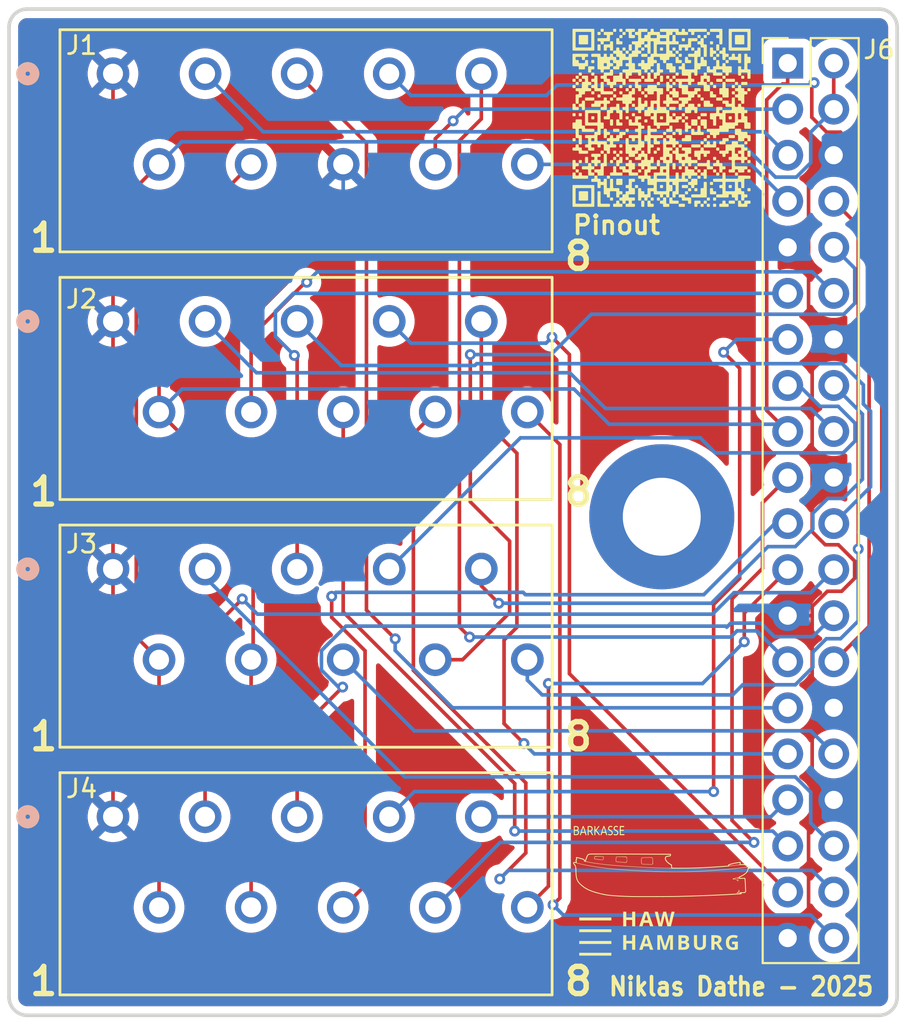
<source format=kicad_pcb>
(kicad_pcb (version 20241229) (generator "pcbnew") (generator_version "9.0")
  (title_block (comment 4 "AISLER Project ID: BPARKHRY"))
  (layers (0 "F.Cu" signal) (2 "B.Cu" signal) (13 "F.Paste" user) (15 "B.Paste" user) (5 "F.SilkS" user "F.Silkscreen") (7 "B.SilkS" user "B.Silkscreen") (1 "F.Mask" user) (3 "B.Mask" user) (25 "Edge.Cuts" user))
  (net 0 "")
  (net 1 "IIC1_SCL")
  (net 2 "ID_SC")
  (net 3 "+5V")
  (net 4 "IIC3_SCL")
  (net 5 "GND")
  (net 6 "IIC3_SDA")
  (net 7 "IIC1_SDA")
  (net 8 "ID_SD")
  (net 9 "+3V3")
  (net 10 "PCM_DIN")
  (net 11 "PCM_CLK")
  (net 12 "DO4")
  (net 13 "DO3")
  (net 14 "DO2")
  (net 15 "PCM_DOUT")
  (net 16 "PCM_FS")
  (net 17 "DO1")
  (net 18 "DI3")
  (net 19 "CAN_INT")
  (net 20 "DI2")
  (net 21 "UART0_RXD")
  (net 22 "DI4")
  (net 23 "DI1")
  (net 24 "UART0_TXD")
  (net 25 "LCD_PWM")
  (net 26 "SPI0_MOSI")
  (net 27 "SPI0_MISO")
  (net 28 "TP_INT")
  (net 29 "SPI0_CE1")
  (net 30 "SPI0_SCLK")
  (net 31 "SPI0_CE0")
  (footprint "Library:CONN10_250-1410_WAG" (layer "F.Cu") (at 132.735 105.5464)
    (property "Reference" "J4" (at -1.735 -1.5464 0) (layer "F.SilkS"))
    (property "Value" "250-1410")
    (pad "1" thru_hole circle (at 0 0) (size 1.8 1.8) (drill 1.1) (layers "*.Cu" "*.Mask") (net 5 "GND"))
    (pad "2" thru_hole circle (at 2.540003 5) (size 1.8 1.8) (drill 1.1) (layers "*.Cu" "*.Mask") (net 3 "+5V"))
    (pad "3" thru_hole circle (at 5.080003 0) (size 1.8 1.8) (drill 1.1) (layers "*.Cu" "*.Mask") (net 31 "SPI0_CE0"))
    (pad "4" thru_hole circle (at 7.620003 5) (size 1.8 1.8) (drill 1.1) (layers "*.Cu" "*.Mask") (net 9 "+3V3"))
    (pad "5" thru_hole circle (at 10.160003 0) (size 1.8 1.8) (drill 1.1) (layers "*.Cu" "*.Mask") (net 29 "SPI0_CE1"))
    (pad "6" thru_hole circle (at 12.700003 5) (size 1.8 1.8) (drill 1.1) (layers "*.Cu" "*.Mask") (net 27 "SPI0_MISO"))
    (pad "7" thru_hole circle (at 15.240003 0) (size 1.8 1.8) (drill 1.1) (layers "*.Cu" "*.Mask") (net 28 "TP_INT"))
    (pad "8" thru_hole circle (at 17.780003 5) (size 1.8 1.8) (drill 1.1) (layers "*.Cu" "*.Mask") (net 26 "SPI0_MOSI"))
    (pad "9" thru_hole circle (at 20.320003 0) (size 1.8 1.8) (drill 1.1) (layers "*.Cu" "*.Mask") (net 25 "LCD_PWM"))
    (pad "10" thru_hole circle (at 22.860003 5) (size 1.8 1.8) (drill 1.1) (layers "*.Cu" "*.Mask") (net 30 "SPI0_SCLK"))
  )
  (footprint "LOGO" (layer "F.Cu") (at 162.5 112)
    (property "Reference" "G***" (hide yes))
    (property "Value" "LOGO" (hide yes))
  )
  (footprint "Library:CONN10_250-1410_WAG" (layer "F.Cu") (at 132.735 91.886)
    (property "Reference" "J3" (at -1.735 -1.386 0) (layer "F.SilkS"))
    (property "Value" "250-1410")
    (pad "1" thru_hole circle (at 0 0) (size 1.8 1.8) (drill 1.1) (layers "*.Cu" "*.Mask") (net 5 "GND"))
    (pad "2" thru_hole circle (at 2.540003 5) (size 1.8 1.8) (drill 1.1) (layers "*.Cu" "*.Mask") (net 3 "+5V"))
    (pad "3" thru_hole circle (at 5.080003 0) (size 1.8 1.8) (drill 1.1) (layers "*.Cu" "*.Mask") (net 23 "DI1"))
    (pad "4" thru_hole circle (at 7.620003 5) (size 1.8 1.8) (drill 1.1) (layers "*.Cu" "*.Mask") (net 9 "+3V3"))
    (pad "5" thru_hole circle (at 10.160003 0) (size 1.8 1.8) (drill 1.1) (layers "*.Cu" "*.Mask") (net 20 "DI2"))
    (pad "6" thru_hole circle (at 12.700003 5) (size 1.8 1.8) (drill 1.1) (layers "*.Cu" "*.Mask") (net 19 "CAN_INT"))
    (pad "7" thru_hole circle (at 15.240003 0) (size 1.8 1.8) (drill 1.1) (layers "*.Cu" "*.Mask") (net 18 "DI3"))
    (pad "8" thru_hole circle (at 17.780003 5) (size 1.8 1.8) (drill 1.1) (layers "*.Cu" "*.Mask") (net 21 "UART0_RXD"))
    (pad "9" thru_hole circle (at 20.320003 0) (size 1.8 1.8) (drill 1.1) (layers "*.Cu" "*.Mask") (net 22 "DI4"))
    (pad "10" thru_hole circle (at 22.860003 5) (size 1.8 1.8) (drill 1.1) (layers "*.Cu" "*.Mask") (net 24 "UART0_TXD"))
  )
  (footprint "LOGO" (layer "F.Cu") (at 163 67)
    (property "Reference" "G***" (hide yes))
    (property "Value" "LOGO" (hide yes))
  )
  (footprint "Library:CONN10_250-1410_WAG" (layer "F.Cu") (at 132.735 78.2256)
    (property "Reference" "J2" (at -1.735 -1.2256 0) (layer "F.SilkS"))
    (property "Value" "250-1410")
    (pad "1" thru_hole circle (at 0 0) (size 1.8 1.8) (drill 1.1) (layers "*.Cu" "*.Mask") (net 5 "GND"))
    (pad "2" thru_hole circle (at 2.540003 5) (size 1.8 1.8) (drill 1.1) (layers "*.Cu" "*.Mask") (net 9 "+3V3"))
    (pad "3" thru_hole circle (at 5.080003 0) (size 1.8 1.8) (drill 1.1) (layers "*.Cu" "*.Mask") (net 17 "DO1"))
    (pad "4" thru_hole circle (at 7.620003 5) (size 1.8 1.8) (drill 1.1) (layers "*.Cu" "*.Mask") (net 11 "PCM_CLK"))
    (pad "5" thru_hole circle (at 10.160003 0) (size 1.8 1.8) (drill 1.1) (layers "*.Cu" "*.Mask") (net 14 "DO2"))
    (pad "6" thru_hole circle (at 12.700003 5) (size 1.8 1.8) (drill 1.1) (layers "*.Cu" "*.Mask") (net 16 "PCM_FS"))
    (pad "7" thru_hole circle (at 15.240003 0) (size 1.8 1.8) (drill 1.1) (layers "*.Cu" "*.Mask") (net 13 "DO3"))
    (pad "8" thru_hole circle (at 17.780003 5) (size 1.8 1.8) (drill 1.1) (layers "*.Cu" "*.Mask") (net 10 "PCM_DIN"))
    (pad "9" thru_hole circle (at 20.320003 0) (size 1.8 1.8) (drill 1.1) (layers "*.Cu" "*.Mask") (net 12 "DO4"))
    (pad "10" thru_hole circle (at 22.860003 5) (size 1.8 1.8) (drill 1.1) (layers "*.Cu" "*.Mask") (net 15 "PCM_DOUT"))
  )
  (footprint "Connector_PinHeader_2.54mm:PinHeader_2x20_P2.54mm_Vertical" (layer "F.Cu") (at 169.96 63.98)
    (property "Reference" "J6" (at 5.04 -0.74 0) (layer "F.SilkS"))
    (property "Value" "Raspberry_Pi_4")
    (pad "1" thru_hole rect (at 0 0) (size 1.7 1.7) (drill 1) (layers "*.Cu" "*.Mask") (net 9 "+3V3"))
    (pad "2" thru_hole circle (at 2.54 0) (size 1.7 1.7) (drill 1) (layers "*.Cu" "*.Mask") (net 3 "+5V"))
    (pad "3" thru_hole circle (at 0 2.54) (size 1.7 1.7) (drill 1) (layers "*.Cu" "*.Mask") (net 7 "IIC1_SDA"))
    (pad "4" thru_hole circle (at 2.54 2.54) (size 1.7 1.7) (drill 1) (layers "*.Cu" "*.Mask") (net 3 "+5V"))
    (pad "5" thru_hole circle (at 0 5.08) (size 1.7 1.7) (drill 1) (layers "*.Cu" "*.Mask") (net 1 "IIC1_SCL"))
    (pad "6" thru_hole circle (at 2.54 5.08) (size 1.7 1.7) (drill 1) (layers "*.Cu" "*.Mask") (net 5 "GND"))
    (pad "7" thru_hole circle (at 0 7.62) (size 1.7 1.7) (drill 1) (layers "*.Cu" "*.Mask") (net 6 "IIC3_SDA"))
    (pad "8" thru_hole circle (at 2.54 7.62) (size 1.7 1.7) (drill 1) (layers "*.Cu" "*.Mask") (net 24 "UART0_TXD"))
    (pad "9" thru_hole circle (at 0 10.16) (size 1.7 1.7) (drill 1) (layers "*.Cu" "*.Mask") (net 5 "GND"))
    (pad "10" thru_hole circle (at 2.54 10.16) (size 1.7 1.7) (drill 1) (layers "*.Cu" "*.Mask") (net 21 "UART0_RXD"))
    (pad "11" thru_hole circle (at 0 12.7) (size 1.7 1.7) (drill 1) (layers "*.Cu" "*.Mask") (net 20 "DI2"))
    (pad "12" thru_hole circle (at 2.54 12.7) (size 1.7 1.7) (drill 1) (layers "*.Cu" "*.Mask") (net 11 "PCM_CLK"))
    (pad "13" thru_hole circle (at 0 15.24) (size 1.7 1.7) (drill 1) (layers "*.Cu" "*.Mask") (net 28 "TP_INT"))
    (pad "14" thru_hole circle (at 2.54 15.24) (size 1.7 1.7) (drill 1) (layers "*.Cu" "*.Mask") (net 5 "GND"))
    (pad "15" thru_hole circle (at 0 17.78) (size 1.7 1.7) (drill 1) (layers "*.Cu" "*.Mask") (net 18 "DI3"))
    (pad "16" thru_hole circle (at 2.54 17.78) (size 1.7 1.7) (drill 1) (layers "*.Cu" "*.Mask") (net 22 "DI4"))
    (pad "17" thru_hole circle (at 0 20.32) (size 1.7 1.7) (drill 1) (layers "*.Cu" "*.Mask") (net 9 "+3V3"))
    (pad "18" thru_hole circle (at 2.54 20.32) (size 1.7 1.7) (drill 1) (layers "*.Cu" "*.Mask") (net 17 "DO1"))
    (pad "19" thru_hole circle (at 0 22.86) (size 1.7 1.7) (drill 1) (layers "*.Cu" "*.Mask") (net 26 "SPI0_MOSI"))
    (pad "20" thru_hole circle (at 2.54 22.86) (size 1.7 1.7) (drill 1) (layers "*.Cu" "*.Mask") (net 5 "GND"))
    (pad "21" thru_hole circle (at 0 25.4) (size 1.7 1.7) (drill 1) (layers "*.Cu" "*.Mask") (net 27 "SPI0_MISO"))
    (pad "22" thru_hole circle (at 2.54 25.4) (size 1.7 1.7) (drill 1) (layers "*.Cu" "*.Mask") (net 14 "DO2"))
    (pad "23" thru_hole circle (at 0 27.94) (size 1.7 1.7) (drill 1) (layers "*.Cu" "*.Mask") (net 30 "SPI0_SCLK"))
    (pad "24" thru_hole circle (at 2.54 27.94) (size 1.7 1.7) (drill 1) (layers "*.Cu" "*.Mask") (net 31 "SPI0_CE0"))
    (pad "25" thru_hole circle (at 0 30.48) (size 1.7 1.7) (drill 1) (layers "*.Cu" "*.Mask") (net 5 "GND"))
    (pad "26" thru_hole circle (at 2.54 30.48) (size 1.7 1.7) (drill 1) (layers "*.Cu" "*.Mask") (net 29 "SPI0_CE1"))
    (pad "27" thru_hole circle (at 0 33.02) (size 1.7 1.7) (drill 1) (layers "*.Cu" "*.Mask") (net 8 "ID_SD"))
    (pad "28" thru_hole circle (at 2.54 33.02) (size 1.7 1.7) (drill 1) (layers "*.Cu" "*.Mask") (net 2 "ID_SC"))
    (pad "29" thru_hole circle (at 0 35.56) (size 1.7 1.7) (drill 1) (layers "*.Cu" "*.Mask") (net 4 "IIC3_SCL"))
    (pad "30" thru_hole circle (at 2.54 35.56) (size 1.7 1.7) (drill 1) (layers "*.Cu" "*.Mask") (net 5 "GND"))
    (pad "31" thru_hole circle (at 0 38.1) (size 1.7 1.7) (drill 1) (layers "*.Cu" "*.Mask") (net 12 "DO4"))
    (pad "32" thru_hole circle (at 2.54 38.1) (size 1.7 1.7) (drill 1) (layers "*.Cu" "*.Mask") (net 19 "CAN_INT"))
    (pad "33" thru_hole circle (at 0 40.64) (size 1.7 1.7) (drill 1) (layers "*.Cu" "*.Mask") (net 25 "LCD_PWM"))
    (pad "34" thru_hole circle (at 2.54 40.64) (size 1.7 1.7) (drill 1) (layers "*.Cu" "*.Mask") (net 5 "GND"))
    (pad "35" thru_hole circle (at 0 43.18) (size 1.7 1.7) (drill 1) (layers "*.Cu" "*.Mask") (net 16 "PCM_FS"))
    (pad "36" thru_hole circle (at 2.54 43.18) (size 1.7 1.7) (drill 1) (layers "*.Cu" "*.Mask") (net 23 "DI1"))
    (pad "37" thru_hole circle (at 0 45.72) (size 1.7 1.7) (drill 1) (layers "*.Cu" "*.Mask") (net 13 "DO3"))
    (pad "38" thru_hole circle (at 2.54 45.72) (size 1.7 1.7) (drill 1) (layers "*.Cu" "*.Mask") (net 10 "PCM_DIN"))
    (pad "39" thru_hole circle (at 0 48.26) (size 1.7 1.7) (drill 1) (layers "*.Cu" "*.Mask") (net 5 "GND"))
    (pad "40" thru_hole circle (at 2.54 48.26) (size 1.7 1.7) (drill 1) (layers "*.Cu" "*.Mask") (net 15 "PCM_DOUT"))
  )
  (footprint "LOGO" (layer "F.Cu") (at 163 108)
    (property "Reference" "G***" (hide yes))
    (property "Value" "LOGO" (hide yes))
  )
  (footprint "Library:CONN10_250-1410_WAG" (layer "F.Cu") (at 132.735 64.5652)
    (property "Reference" "J1" (at -1.735 -1.5652 0) (layer "F.SilkS"))
    (property "Value" "250-1410")
    (pad "1" thru_hole circle (at 0 0) (size 1.8 1.8) (drill 1.1) (layers "*.Cu" "*.Mask") (net 5 "GND"))
    (pad "2" thru_hole circle (at 2.540003 5) (size 1.8 1.8) (drill 1.1) (layers "*.Cu" "*.Mask") (net 3 "+5V"))
    (pad "3" thru_hole circle (at 5.080003 0) (size 1.8 1.8) (drill 1.1) (layers "*.Cu" "*.Mask") (net 1 "IIC1_SCL"))
    (pad "4" thru_hole circle (at 7.620003 5) (size 1.8 1.8) (drill 1.1) (layers "*.Cu" "*.Mask") (net 9 "+3V3"))
    (pad "5" thru_hole circle (at 10.160003 0) (size 1.8 1.8) (drill 1.1) (layers "*.Cu" "*.Mask") (net 4 "IIC3_SCL"))
    (pad "6" thru_hole circle (at 12.700003 5) (size 1.8 1.8) (drill 1.1) (layers "*.Cu" "*.Mask") (net 5 "GND"))
    (pad "7" thru_hole circle (at 15.240003 0) (size 1.8 1.8) (drill 1.1) (layers "*.Cu" "*.Mask") (net 2 "ID_SC"))
    (pad "8" thru_hole circle (at 17.780003 5) (size 1.8 1.8) (drill 1.1) (layers "*.Cu" "*.Mask") (net 7 "IIC1_SDA"))
    (pad "9" thru_hole circle (at 20.320003 0) (size 1.8 1.8) (drill 1.1) (layers "*.Cu" "*.Mask") (net 8 "ID_SD"))
    (pad "10" thru_hole circle (at 22.860003 5) (size 1.8 1.8) (drill 1.1) (layers "*.Cu" "*.Mask") (net 6 "IIC3_SDA"))
  )
  (gr_line (start 176 115.5) (end 176 62) (stroke (width 0.2)) (layer "Edge.Cuts"))
  (gr_line (start 127 62) (end 127 115.5) (stroke (width 0.2)) (layer "Edge.Cuts"))
  (gr_arc (start 128 116.5) (mid 127.292893 116.207107) (end 127 115.5) (stroke (width 0.2)) (layer "Edge.Cuts"))
  (gr_arc (start 127 62) (mid 127.292893 61.292893) (end 128 61) (stroke (width 0.2)) (layer "Edge.Cuts"))
  (gr_arc (start 175 61) (mid 175.707107 61.292893) (end 176 62) (stroke (width 0.2)) (layer "Edge.Cuts"))
  (gr_arc (start 176 115.5) (mid 175.707107 116.207107) (end 175 116.5) (stroke (width 0.2)) (layer "Edge.Cuts"))
  (gr_line (start 175 61) (end 128 61) (stroke (width 0.2)) (layer "Edge.Cuts"))
  (gr_line (start 128 116.5) (end 175 116.5) (stroke (width 0.2)) (layer "Edge.Cuts"))
  (gr_text "1" (at 128 74.5 0) (layer "F.SilkS") (effects (font (size 1.5 1.5) (thickness 0.3) (bold yes)) (justify left bottom)))
  (gr_text "1" (at 128 115.5 0) (layer "F.SilkS") (effects (font (size 1.5 1.5) (thickness 0.3) (bold yes)) (justify left bottom)))
  (gr_text "8" (at 157.5 115.5 0) (layer "F.SilkS") (effects (font (size 1.5 1.5) (thickness 0.3) (bold yes)) (justify left bottom)))
  (gr_text "Pinout" (at 158 73.5 0) (layer "F.SilkS") (effects (font (size 1 1) (thickness 0.2) (bold yes)) (justify left bottom)))
  (gr_text "8" (at 157.5 102 0) (layer "F.SilkS") (effects (font (size 1.5 1.5) (thickness 0.3) (bold yes)) (justify left bottom)))
  (gr_text "8" (at 157.5 75.5 0) (layer "F.SilkS") (effects (font (size 1.5 1.5) (thickness 0.3) (bold yes)) (justify left bottom)))
  (gr_text "8" (at 157.5 88.5 0) (layer "F.SilkS") (effects (font (size 1.5 1.5) (thickness 0.3) (bold yes)) (justify left bottom)))
  (gr_text "1" (at 128 88.5 0) (layer "F.SilkS") (effects (font (size 1.5 1.5) (thickness 0.3) (bold yes)) (justify left bottom)))
  (gr_text "Niklas Dathe - 2025" (at 160 115.5 0) (layer "F.SilkS") (effects (font (size 1 0.9) (thickness 0.2) (bold yes)) (justify left bottom)))
  (gr_text "1" (at 128 102 0) (layer "F.SilkS") (effects (font (size 1.5 1.5) (thickness 0.3) (bold yes)) (justify left bottom)))
  (via (at 163.0116 89.0017) (size 8) (drill 4.3) (layers "F.Cu" "B.Cu") (net 0))
  (segment (start 168.6682 67.7682) (end 169.96 69.06) (width 0.2) (layer "B.Cu") (net 1))
  (segment (start 137.815 64.5652) (end 141.018 67.7682) (width 0.2) (layer "B.Cu") (net 1))
  (segment (start 141.018 67.7682) (end 168.6682 67.7682) (width 0.2) (layer "B.Cu") (net 1))
  (segment (start 172.5 97) (end 174.4528 95.0472) (width 0.2) (layer "F.Cu") (net 2))
  (segment (start 171.2892 65.1908) (end 171.4168 65.0632) (width 0.2) (layer "F.Cu") (net 2))
  (segment (start 174.4528 95.0472) (end 174.4528 69.3719) (width 0.2) (layer "F.Cu") (net 2))
  (segment (start 172.8709 67.79) (end 172.1103 67.79) (width 0.2) (layer "F.Cu") (net 2))
  (segment (start 171.2892 66.9689) (end 171.2892 65.1908) (width 0.2) (layer "F.Cu") (net 2))
  (segment (start 172.1103 67.79) (end 171.2892 66.9689) (width 0.2) (layer "F.Cu") (net 2))
  (segment (start 174.4528 69.3719) (end 172.8709 67.79) (width 0.2) (layer "F.Cu") (net 2))
  (via (at 171.4168 65.0632) (size 0.6) (drill 0.3) (layers "F.Cu" "B.Cu") (net 2))
  (segment (start 171.4168 65.0632) (end 171.2892 65.1908) (width 0.2) (layer "B.Cu") (net 2))
  (segment (start 157.2239 65.1908) (end 156.6478 65.7669) (width 0.2) (layer "B.Cu") (net 2))
  (segment (start 171.2892 65.1908) (end 157.2239 65.1908) (width 0.2) (layer "B.Cu") (net 2))
  (segment (start 149.1767 65.7669) (end 147.975 64.5652) (width 0.2) (layer "B.Cu") (net 2))
  (segment (start 156.6478 65.7669) (end 149.1767 65.7669) (width 0.2) (layer "B.Cu") (net 2))
  (segment (start 135.275 110.5464) (end 135.275 96.886) (width 0.2) (layer "F.Cu") (net 3))
  (segment (start 135.275 69.5652) (end 134.0189 70.8213) (width 0.2) (layer "F.Cu") (net 3))
  (segment (start 172.5 66.52) (end 172.5 63.98) (width 0.2) (layer "F.Cu") (net 3))
  (segment (start 134.0189 95.6299) (end 135.275 96.886) (width 0.2) (layer "F.Cu") (net 3))
  (segment (start 134.0189 70.8213) (end 134.0189 95.6299) (width 0.2) (layer "F.Cu") (net 3))
  (segment (start 169.2829 70.2701) (end 170.4383 70.2701) (width 0.2) (layer "B.Cu") (net 3))
  (segment (start 167.3334 68.3206) (end 169.2829 70.2701) (width 0.2) (layer "B.Cu") (net 3))
  (segment (start 136.5196 68.3206) (end 167.3334 68.3206) (width 0.2) (layer "B.Cu") (net 3))
  (segment (start 170.4383 70.2701) (end 171.23 69.4784) (width 0.2) (layer "B.Cu") (net 3))
  (segment (start 171.23 67.79) (end 172.5 66.52) (width 0.2) (layer "B.Cu") (net 3))
  (segment (start 171.23 69.4784) (end 171.23 67.79) (width 0.2) (layer "B.Cu") (net 3))
  (segment (start 135.275 69.5652) (end 136.5196 68.3206) (width 0.2) (layer "B.Cu") (net 3))
  (segment (start 146.719 68.3892) (end 142.895 64.5652) (width 0.2) (layer "F.Cu") (net 4))
  (segment (start 148.3044 95.737) (end 146.719 94.1516) (width 0.2) (layer "F.Cu") (net 4))
  (segment (start 146.719 94.1516) (end 146.719 68.3892) (width 0.2) (layer "F.Cu") (net 4))
  (via (at 148.3044 95.737) (size 0.6) (drill 0.3) (layers "F.Cu" "B.Cu") (net 4))
  (segment (start 169.96 99.54) (end 151.4696 99.54) (width 0.2) (layer "B.Cu") (net 4))
  (segment (start 151.4696 99.54) (end 148.3044 96.3748) (width 0.2) (layer "B.Cu") (net 4))
  (segment (start 148.3044 96.3748) (end 148.3044 95.737) (width 0.2) (layer "B.Cu") (net 4))
  (segment (start 172.0325 90.5469) (end 171.3094 89.8238) (width 0.2) (layer "F.Cu") (net 5))
  (segment (start 169.96 74.14) (end 171.1117 74.14) (width 0.2) (layer "F.Cu") (net 5))
  (segment (start 171.3094 103.4294) (end 172.5 104.62) (width 0.2) (layer "F.Cu") (net 5))
  (segment (start 172.7557 90.5469) (end 172.0325 90.5469) (width 0.2) (layer "F.Cu") (net 5))
  (segment (start 171.3094 94.46) (end 171.3094 93.9539) (width 0.2) (layer "F.Cu") (net 5))
  (segment (start 171.1117 111.0883) (end 171.1117 106.0083) (width 0.2) (layer "F.Cu") (net 5))
  (segment (start 171.3094 89.8238) (end 171.3094 86.84) (width 0.2) (layer "F.Cu") (net 5))
  (segment (start 171.3094 80.4106) (end 171.3094 86.84) (width 0.2) (layer "F.Cu") (net 5))
  (segment (start 173.6517 92.3971) (end 173.6517 91.4429) (width 0.2) (layer "F.Cu") (net 5))
  (segment (start 172.9382 93.1106) (end 173.6517 92.3971) (width 0.2) (layer "F.Cu") (net 5))
  (segment (start 171.1117 106.0083) (end 172.5 104.62) (width 0.2) (layer "F.Cu") (net 5))
  (segment (start 171.3094 94.46) (end 169.96 94.46) (width 0.2) (layer "F.Cu") (net 5))
  (segment (start 171.1117 77.8317) (end 171.1117 74.14) (width 0.2) (layer "F.Cu") (net 5))
  (segment (start 171.1117 74.14) (end 171.1117 70.4483) (width 0.2) (layer "F.Cu") (net 5))
  (segment (start 172.5 79.22) (end 171.3094 80.4106) (width 0.2) (layer "F.Cu") (net 5))
  (segment (start 172.5 79.22) (end 171.1117 77.8317) (width 0.2) (layer "F.Cu") (net 5))
  (segment (start 132.735 105.5464) (end 132.735 91.886) (width 0.2) (layer "F.Cu") (net 5))
  (segment (start 171.3094 100.7306) (end 171.3094 103.4294) (width 0.2) (layer "F.Cu") (net 5))
  (segment (start 173.6517 91.4429) (end 172.7557 90.5469) (width 0.2) (layer "F.Cu") (net 5))
  (segment (start 172.1527 93.1106) (end 172.9382 93.1106) (width 0.2) (layer "F.Cu") (net 5))
  (segment (start 132.735 64.5652) (end 132.735 78.2256) (width 0.2) (layer "F.Cu") (net 5))
  (segment (start 132.735 91.886) (end 132.735 78.2256) (width 0.2) (layer "F.Cu") (net 5))
  (segment (start 171.1117 70.4483) (end 172.5 69.06) (width 0.2) (layer "F.Cu") (net 5))
  (segment (start 172.5 99.54) (end 171.3094 100.7306) (width 0.2) (layer "F.Cu") (net 5))
  (segment (start 171.3094 94.46) (end 171.3094 98.3494) (width 0.2) (layer "F.Cu") (net 5))
  (segment (start 169.96 112.24) (end 171.1117 111.0883) (width 0.2) (layer "F.Cu") (net 5))
  (segment (start 171.3094 98.3494) (end 172.5 99.54) (width 0.2) (layer "F.Cu") (net 5))
  (segment (start 171.3094 93.9539) (end 172.1527 93.1106) (width 0.2) (layer "F.Cu") (net 5))
  (segment (start 169.96 74.14) (end 145.435 74.14) (width 0.2) (layer "B.Cu") (net 5))
  (segment (start 145.435 74.14) (end 136.8206 74.14) (width 0.2) (layer "B.Cu") (net 5))
  (segment (start 136.8206 74.14) (end 132.735 78.2256) (width 0.2) (layer "B.Cu") (net 5))
  (segment (start 145.435 69.5652) (end 145.435 74.14) (width 0.2) (layer "B.Cu") (net 5))
  (segment (start 155.595 69.5652) (end 167.9252 69.5652) (width 0.2) (layer "B.Cu") (net 6))
  (segment (start 167.9252 69.5652) (end 169.96 71.6) (width 0.2) (layer "B.Cu") (net 6))
  (segment (start 151.5007 67.1665) (end 150.515 68.1522) (width 0.2) (layer "F.Cu") (net 7))
  (segment (start 150.515 68.1522) (end 150.515 69.5652) (width 0.2) (layer "F.Cu") (net 7))
  (via (at 151.5007 67.1665) (size 0.6) (drill 0.3) (layers "F.Cu" "B.Cu") (net 7))
  (segment (start 169.96 66.52) (end 152.1472 66.52) (width 0.2) (layer "B.Cu") (net 7))
  (segment (start 152.1472 66.52) (end 151.5007 67.1665) (width 0.2) (layer "B.Cu") (net 7))
  (segment (start 153.055 64.5652) (end 153.055 67.0593) (width 0.2) (layer "F.Cu") (net 8))
  (segment (start 151.8464 95.0735) (end 152.4095 95.6366) (width 0.2) (layer "F.Cu") (net 8))
  (segment (start 151.8464 68.2679) (end 151.8464 95.0735) (width 0.2) (layer "F.Cu") (net 8))
  (segment (start 153.055 67.0593) (end 151.8464 68.2679) (width 0.2) (layer "F.Cu") (net 8))
  (via (at 152.4095 95.6366) (size 0.6) (drill 0.3) (layers "F.Cu" "B.Cu") (net 8))
  (segment (start 169.96 97) (end 168.2545 95.2945) (width 0.2) (layer "B.Cu") (net 8))
  (segment (start 168.2545 95.2945) (end 167.1651 95.2945) (width 0.2) (layer "B.Cu") (net 8))
  (segment (start 166.823 95.6366) (end 152.4095 95.6366) (width 0.2) (layer "B.Cu") (net 8))
  (segment (start 167.1651 95.2945) (end 166.823 95.6366) (width 0.2) (layer "B.Cu") (net 8))
  (segment (start 140.355 110.5464) (end 140.355 96.886) (width 0.2) (layer "F.Cu") (net 9))
  (segment (start 140.4677 96.7733) (end 140.4677 88.4183) (width 0.2) (layer "F.Cu") (net 9))
  (segment (start 140.355 69.5652) (end 135.275 74.6452) (width 0.2) (layer "F.Cu") (net 9))
  (segment (start 169.6721 65.1317) (end 168.8019 66.0019) (width 0.2) (layer "F.Cu") (net 9))
  (segment (start 140.4677 88.4183) (end 135.275 83.2256) (width 0.2) (layer "F.Cu") (net 9))
  (segment (start 168.8019 83.1419) (end 169.96 84.3) (width 0.2) (layer "F.Cu") (net 9))
  (segment (start 169.96 63.98) (end 169.96 65.1317) (width 0.2) (layer "F.Cu") (net 9))
  (segment (start 169.96 65.1317) (end 169.6721 65.1317) (width 0.2) (layer "F.Cu") (net 9))
  (segment (start 168.8019 66.0019) (end 168.8019 83.1419) (width 0.2) (layer "F.Cu") (net 9))
  (segment (start 135.275 74.6452) (end 135.275 83.2256) (width 0.2) (layer "F.Cu") (net 9))
  (segment (start 160.1078 83.8984) (end 158.1637 81.9543) (width 0.2) (layer "B.Cu") (net 9))
  (segment (start 158.1637 81.9543) (end 136.5463 81.9543) (width 0.2) (layer "B.Cu") (net 9))
  (segment (start 169.5584 83.8984) (end 160.1078 83.8984) (width 0.2) (layer "B.Cu") (net 9))
  (segment (start 136.5463 81.9543) (end 135.275 83.2256) (width 0.2) (layer "B.Cu") (net 9))
  (segment (start 155.5108 107.5444) (end 154.0754 108.9798) (width 0.2) (layer "F.Cu") (net 10))
  (segment (start 150.515 83.2256) (end 149.3071 84.4335) (width 0.2) (layer "F.Cu") (net 10))
  (segment (start 149.3071 97.4748) (end 155.5108 103.6785) (width 0.2) (layer "F.Cu") (net 10))
  (segment (start 149.3071 84.4335) (end 149.3071 97.4748) (width 0.2) (layer "F.Cu") (net 10))
  (segment (start 155.5108 103.6785) (end 155.5108 107.5444) (width 0.2) (layer "F.Cu") (net 10))
  (via (at 154.0754 108.9798) (size 0.6) (drill 0.3) (layers "F.Cu" "B.Cu") (net 10))
  (segment (start 154.5476 108.5076) (end 171.3076 108.5076) (width 0.2) (layer "B.Cu") (net 10))
  (segment (start 171.3076 108.5076) (end 172.5 109.7) (width 0.2) (layer "B.Cu") (net 10))
  (segment (start 154.0754 108.9798) (end 154.5476 108.5076) (width 0.2) (layer "B.Cu") (net 10))
  (segment (start 140.355 83.2256) (end 140.355 79.0627) (width 0.2) (layer "F.Cu") (net 11))
  (segment (start 143.3489 76.0688) (end 143.4251 76.0688) (width 0.2) (layer "F.Cu") (net 11))
  (segment (start 140.355 79.0627) (end 143.3489 76.0688) (width 0.2) (layer "F.Cu") (net 11))
  (via (at 143.4251 76.0688) (size 0.6) (drill 0.3) (layers "F.Cu" "B.Cu") (net 11))
  (segment (start 143.4251 76.0688) (end 144.0016 75.4923) (width 0.2) (layer "B.Cu") (net 11))
  (segment (start 171.3123 75.4923) (end 172.5 76.68) (width 0.2) (layer "B.Cu") (net 11))
  (segment (start 144.0016 75.4923) (end 171.3123 75.4923) (width 0.2) (layer "B.Cu") (net 11))
  (segment (start 154.311 95.8048) (end 155.0196 95.0962) (width 0.2) (layer "F.Cu") (net 12))
  (segment (start 153.055 83.5378) (end 153.055 78.2256) (width 0.2) (layer "F.Cu") (net 12))
  (segment (start 155.0196 95.0962) (end 155.0196 85.5024) (width 0.2) (layer "F.Cu") (net 12))
  (segment (start 154.1447 84.6275) (end 153.055 83.5378) (width 0.2) (layer "F.Cu") (net 12))
  (segment (start 155.4085 101.5085) (end 154.311 100.411) (width 0.2) (layer "F.Cu") (net 12))
  (segment (start 155.0196 85.5024) (end 154.311 84.7938) (width 0.2) (layer "F.Cu") (net 12))
  (segment (start 154.311 100.411) (end 154.311 95.8048) (width 0.2) (layer "F.Cu") (net 12))
  (segment (start 154.1447 84.6275) (end 154.311 84.7938) (width 0.2) (layer "F.Cu") (net 12))
  (via (at 155.4085 101.5085) (size 0.6) (drill 0.3) (layers "F.Cu" "B.Cu") (net 12))
  (segment (start 155.98 102.08) (end 169.96 102.08) (width 0.2) (layer "B.Cu") (net 12))
  (segment (start 155.4085 101.5085) (end 155.98 102.08) (width 0.2) (layer "B.Cu") (net 12))
  (segment (start 157.9164 97.6564) (end 157.9164 80.0549) (width 0.2) (layer "F.Cu") (net 13))
  (segment (start 157.9164 80.0549) (end 156.9572 79.0957) (width 0.2) (layer "F.Cu") (net 13))
  (segment (start 169.96 109.7) (end 157.9164 97.6564) (width 0.2) (layer "F.Cu") (net 13))
  (via (at 156.9572 79.0957) (size 0.6) (drill 0.3) (layers "F.Cu" "B.Cu") (net 13))
  (segment (start 149.1767 79.4273) (end 156.6256 79.4273) (width 0.2) (layer "B.Cu") (net 13))
  (segment (start 147.975 78.2256) (end 149.1767 79.4273) (width 0.2) (layer "B.Cu") (net 13))
  (segment (start 156.6256 79.4273) (end 156.9572 79.0957) (width 0.2) (layer "B.Cu") (net 13))
  (segment (start 152.7968 80.5591) (end 172.968 80.5591) (width 0.2) (layer "B.Cu") (net 14))
  (segment (start 172.5 89.38) (end 174.5339 87.3461) (width 0.2) (layer "B.Cu") (net 14))
  (segment (start 174.2985 82.9481) (end 174.1337 82.7833) (width 0.2) (layer "B.Cu") (net 14))
  (segment (start 172.968 80.5591) (end 174.1337 81.7248) (width 0.2) (layer "B.Cu") (net 14))
  (segment (start 142.895 78.2256) (end 145.328 80.6586) (width 0.2) (layer "B.Cu") (net 14))
  (segment (start 174.5339 87.3461) (end 174.5339 83.1835) (width 0.2) (layer "B.Cu") (net 14))
  (segment (start 145.328 80.6586) (end 152.6973 80.6586) (width 0.2) (layer "B.Cu") (net 14))
  (segment (start 152.6973 80.6586) (end 152.7968 80.5591) (width 0.2) (layer "B.Cu") (net 14))
  (segment (start 174.5339 83.1835) (end 174.2985 82.9481) (width 0.2) (layer "B.Cu") (net 14))
  (segment (start 174.1337 81.7248) (end 174.1337 82.7833) (width 0.2) (layer "B.Cu") (net 14))
  (segment (start 155.595 83.2256) (end 157.3895 85.0201) (width 0.2) (layer "F.Cu") (net 15))
  (segment (start 157.3895 110.0328) (end 157.0138 110.4085) (width 0.2) (layer "F.Cu") (net 15))
  (segment (start 157.3895 85.0201) (end 157.3895 110.0328) (width 0.2) (layer "F.Cu") (net 15))
  (via (at 157.0138 110.4085) (size 0.6) (drill 0.3) (layers "F.Cu" "B.Cu") (net 15))
  (segment (start 171.23 110.97) (end 157.5753 110.97) (width 0.2) (layer "B.Cu") (net 15))
  (segment (start 172.5 112.24) (end 171.23 110.97) (width 0.2) (layer "B.Cu") (net 15))
  (segment (start 157.5753 110.97) (end 157.0138 110.4085) (width 0.2) (layer "B.Cu") (net 15))
  (segment (start 154.8985 103.7171) (end 154.8985 106.3394) (width 0.2) (layer "F.Cu") (net 16))
  (segment (start 145.435 83.2256) (end 145.435 94.2536) (width 0.2) (layer "F.Cu") (net 16))
  (segment (start 145.435 94.2536) (end 154.8985 103.7171) (width 0.2) (layer "F.Cu") (net 16))
  (via (at 154.8985 106.3394) (size 0.6) (drill 0.3) (layers "F.Cu" "B.Cu") (net 16))
  (segment (start 154.8985 106.3394) (end 169.1394 106.3394) (width 0.2) (layer "B.Cu") (net 16))
  (segment (start 169.1394 106.3394) (end 169.96 107.16) (width 0.2) (layer "B.Cu") (net 16))
  (segment (start 137.815 78.2256) (end 140.6497 81.0603) (width 0.2) (layer "B.Cu") (net 17))
  (segment (start 159.9088 83.0315) (end 171.2315 83.0315) (width 0.2) (layer "B.Cu") (net 17))
  (segment (start 157.9376 81.0603) (end 159.9088 83.0315) (width 0.2) (layer "B.Cu") (net 17))
  (segment (start 171.2315 83.0315) (end 172.5 84.3) (width 0.2) (layer "B.Cu") (net 17))
  (segment (start 140.6497 81.0603) (end 157.9376 81.0603) (width 0.2) (layer "B.Cu") (net 17))
  (segment (start 165.9631 85.4785) (end 173.0227 85.4785) (width 0.2) (layer "B.Cu") (net 18))
  (segment (start 155.2109 84.6501) (end 165.1347 84.6501) (width 0.2) (layer "B.Cu") (net 18))
  (segment (start 147.975 91.886) (end 155.2109 84.6501) (width 0.2) (layer "B.Cu") (net 18))
  (segment (start 172.7468 82.9117) (end 171.7395 82.9117) (width 0.2) (layer "B.Cu") (net 18))
  (segment (start 173.6724 83.8373) (end 172.7468 82.9117) (width 0.2) (layer "B.Cu") (net 18))
  (segment (start 173.6724 84.8288) (end 173.6724 83.8373) (width 0.2) (layer "B.Cu") (net 18))
  (segment (start 165.1347 84.6501) (end 165.9631 85.4785) (width 0.2) (layer "B.Cu") (net 18))
  (segment (start 173.0227 85.4785) (end 173.6724 84.8288) (width 0.2) (layer "B.Cu") (net 18))
  (segment (start 171.7395 82.9117) (end 170.5878 81.76) (width 0.2) (layer "B.Cu") (net 18))
  (segment (start 149.359 100.81) (end 145.435 96.886) (width 0.2) (layer "B.Cu") (net 19))
  (segment (start 171.23 100.81) (end 149.359 100.81) (width 0.2) (layer "B.Cu") (net 19))
  (segment (start 172.5 102.08) (end 171.23 100.81) (width 0.2) (layer "B.Cu") (net 19))
  (segment (start 142.895 80.2575) (end 142.895 91.886) (width 0.2) (layer "F.Cu") (net 20))
  (segment (start 142.7417 80.1042) (end 142.895 80.2575) (width 0.2) (layer "F.Cu") (net 20))
  (via (at 142.7417 80.1042) (size 0.6) (drill 0.3) (layers "F.Cu" "B.Cu") (net 20))
  (segment (start 141.6933 77.6717) (end 141.6933 79.0558) (width 0.2) (layer "B.Cu") (net 20))
  (segment (start 142.685 76.68) (end 141.6933 77.6717) (width 0.2) (layer "B.Cu") (net 20))
  (segment (start 141.6933 79.0558) (end 142.7417 80.1042) (width 0.2) (layer "B.Cu") (net 20))
  (segment (start 169.96 76.68) (end 142.685 76.68) (width 0.2) (layer "B.Cu") (net 20))
  (segment (start 154.6179 94.2904) (end 152.0223 96.886) (width 0.2) (layer "F.Cu") (net 21))
  (segment (start 152.0223 96.886) (end 150.515 96.886) (width 0.2) (layer "F.Cu") (net 21))
  (segment (start 152.4481 80.0569) (end 152.4481 88.1788) (width 0.2) (layer "F.Cu") (net 21))
  (segment (start 152.4481 88.1788) (end 154.6179 90.3486) (width 0.2) (layer "F.Cu") (net 21))
  (segment (start 154.6179 90.3486) (end 154.6179 94.2904) (width 0.2) (layer "F.Cu") (net 21))
  (via (at 152.4481 80.0569) (size 0.6) (drill 0.3) (layers "F.Cu" "B.Cu") (net 21))
  (segment (start 172.5 74.14) (end 173.6587 75.2987) (width 0.2) (layer "B.Cu") (net 21))
  (segment (start 159.126 77.8317) (end 156.9008 80.0569) (width 0.2) (layer "B.Cu") (net 21))
  (segment (start 173.6587 77.2287) (end 173.0557 77.8317) (width 0.2) (layer "B.Cu") (net 21))
  (segment (start 173.6587 75.2987) (end 173.6587 77.2287) (width 0.2) (layer "B.Cu") (net 21))
  (segment (start 173.0557 77.8317) (end 159.126 77.8317) (width 0.2) (layer "B.Cu") (net 21))
  (segment (start 156.9008 80.0569) (end 152.4481 80.0569) (width 0.2) (layer "B.Cu") (net 21))
  (segment (start 153.055 91.886) (end 153.055 92.8115) (width 0.2) (layer "F.Cu") (net 22))
  (segment (start 153.055 92.8115) (end 154.0161 93.7726) (width 0.2) (layer "F.Cu") (net 22))
  (via (at 154.0161 93.7726) (size 0.6) (drill 0.3) (layers "F.Cu" "B.Cu") (net 22))
  (segment (start 168.8737 90.65) (end 170.3784 90.65) (width 0.2) (layer "B.Cu") (net 22))
  (segment (start 174.0822 86.9354) (end 174.0822 83.3422) (width 0.2) (layer "B.Cu") (net 22))
  (segment (start 170.3784 90.65) (end 171.3483 89.6801) (width 0.2) (layer "B.Cu") (net 22))
  (segment (start 171.3483 89.6801) (end 171.3483 88.8106) (width 0.2) (layer "B.Cu") (net 22))
  (segment (start 171.3483 88.8106) (end 172.1672 87.9917) (width 0.2) (layer "B.Cu") (net 22))
  (segment (start 174.0822 83.3422) (end 172.5 81.76) (width 0.2) (layer "B.Cu") (net 22))
  (segment (start 173.0259 87.9917) (end 174.0822 86.9354) (width 0.2) (layer "B.Cu") (net 22))
  (segment (start 154.0161 93.7726) (end 165.7511 93.7726) (width 0.2) (layer "B.Cu") (net 22))
  (segment (start 172.1672 87.9917) (end 173.0259 87.9917) (width 0.2) (layer "B.Cu") (net 22))
  (segment (start 165.7511 93.7726) (end 168.8737 90.65) (width 0.2) (layer "B.Cu") (net 22))
  (segment (start 171.23 104.2016) (end 171.23 105.89) (width 0.2) (layer "B.Cu") (net 23))
  (segment (start 137.815 92.3381) (end 148.8269 103.35) (width 0.2) (layer "B.Cu") (net 23))
  (segment (start 171.23 105.89) (end 172.5 107.16) (width 0.2) (layer "B.Cu") (net 23))
  (segment (start 148.8269 103.35) (end 170.3784 103.35) (width 0.2) (layer "B.Cu") (net 23))
  (segment (start 170.3784 103.35) (end 171.23 104.2016) (width 0.2) (layer "B.Cu") (net 23))
  (segment (start 173.8511 90.7792) (end 173.8511 72.9511) (width 0.2) (layer "F.Cu") (net 24))
  (segment (start 173.8511 72.9511) (end 172.5 71.6) (width 0.2) (layer "F.Cu") (net 24))
  (via (at 173.8511 90.7792) (size 0.6) (drill 0.3) (layers "F.Cu" "B.Cu") (net 24))
  (segment (start 172.8707 95.73) (end 173.8511 94.7496) (width 0.2) (layer "B.Cu") (net 24))
  (segment (start 166.923 98.8272) (end 167.4802 98.27) (width 0.2) (layer "B.Cu") (net 24))
  (segment (start 173.8511 94.7496) (end 173.8511 90.7792) (width 0.2) (layer "B.Cu") (net 24))
  (segment (start 171.3483 97.3001) (end 171.3483 96.473) (width 0.2) (layer "B.Cu") (net 24))
  (segment (start 170.3784 98.27) (end 171.3483 97.3001) (width 0.2) (layer "B.Cu") (net 24))
  (segment (start 172.0913 95.73) (end 172.8707 95.73) (width 0.2) (layer "B.Cu") (net 24))
  (segment (start 167.4802 98.27) (end 170.3784 98.27) (width 0.2) (layer "B.Cu") (net 24))
  (segment (start 171.3483 96.473) (end 172.0913 95.73) (width 0.2) (layer "B.Cu") (net 24))
  (segment (start 156.4103 98.8272) (end 166.923 98.8272) (width 0.2) (layer "B.Cu") (net 24))
  (segment (start 155.595 98.0119) (end 156.4103 98.8272) (width 0.2) (layer "B.Cu") (net 24))
  (segment (start 155.595 96.886) (end 155.595 98.0119) (width 0.2) (layer "B.Cu") (net 24))
  (segment (start 153.055 105.5464) (end 169.0336 105.5464) (width 0.2) (layer "B.Cu") (net 25))
  (segment (start 169.0336 105.5464) (end 169.96 104.62) (width 0.2) (layer "B.Cu") (net 25))
  (segment (start 168.0982 106.9621) (end 166.888 105.7519) (width 0.2) (layer "F.Cu") (net 26))
  (segment (start 168.5702 91.8503) (end 168.5702 88.2298) (width 0.2) (layer "F.Cu") (net 26))
  (segment (start 168.5702 88.2298) (end 169.96 86.84) (width 0.2) (layer "F.Cu") (net 26))
  (segment (start 166.888 105.7519) (end 166.888 93.5325) (width 0.2) (layer "F.Cu") (net 26))
  (segment (start 166.888 93.5325) (end 168.5702 91.8503) (width 0.2) (layer "F.Cu") (net 26))
  (via (at 168.0982 106.9621) (size 0.6) (drill 0.3) (layers "F.Cu" "B.Cu") (net 26))
  (segment (start 150.515 110.5464) (end 154.0992 106.9622) (width 0.2) (layer "B.Cu") (net 26))
  (segment (start 154.0992 106.9622) (end 168.0982 106.9622) (width 0.2) (layer "B.Cu") (net 26))
  (segment (start 168.0982 106.9622) (end 168.0982 106.9621) (width 0.2) (layer "B.Cu") (net 26))
  (segment (start 144.8001 94.5516) (end 144.8001 93.392) (width 0.2) (layer "F.Cu") (net 27))
  (segment (start 146.6421 109.3393) (end 146.6421 96.3936) (width 0.2) (layer "F.Cu") (net 27))
  (segment (start 146.6421 96.3936) (end 144.8001 94.5516) (width 0.2) (layer "F.Cu") (net 27))
  (segment (start 145.435 110.5464) (end 146.6421 109.3393) (width 0.2) (layer "F.Cu") (net 27))
  (via (at 144.8001 93.392) (size 0.6) (drill 0.3) (layers "F.Cu" "B.Cu") (net 27))
  (segment (start 169.2484 89.38) (end 165.3267 93.3017) (width 0.2) (layer "B.Cu") (net 27))
  (segment (start 155.3628 93.1709) (end 145.0212 93.1709) (width 0.2) (layer "B.Cu") (net 27))
  (segment (start 155.4936 93.3017) (end 155.3628 93.1709) (width 0.2) (layer "B.Cu") (net 27))
  (segment (start 145.0212 93.1709) (end 144.8001 93.392) (width 0.2) (layer "B.Cu") (net 27))
  (segment (start 165.3267 93.3017) (end 155.4936 93.3017) (width 0.2) (layer "B.Cu") (net 27))
  (segment (start 167.3116 92.3995) (end 165.873 93.8381) (width 0.2) (layer "F.Cu") (net 28))
  (segment (start 166.4254 79.9278) (end 167.3116 80.814) (width 0.2) (layer "F.Cu") (net 28))
  (segment (start 165.873 93.8381) (end 165.873 104.1618) (width 0.2) (layer "F.Cu") (net 28))
  (segment (start 167.3116 80.814) (end 167.3116 92.3995) (width 0.2) (layer "F.Cu") (net 28))
  (via (at 165.873 104.1618) (size 0.6) (drill 0.3) (layers "F.Cu" "B.Cu") (net 28))
  (via (at 166.4254 79.9278) (size 0.6) (drill 0.3) (layers "F.Cu" "B.Cu") (net 28))
  (segment (start 147.975 105.5464) (end 149.3596 104.1618) (width 0.2) (layer "B.Cu") (net 28))
  (segment (start 169.96 79.22) (end 167.1332 79.22) (width 0.2) (layer "B.Cu") (net 28))
  (segment (start 149.3596 104.1618) (end 165.873 104.1618) (width 0.2) (layer "B.Cu") (net 28))
  (segment (start 167.1332 79.22) (end 166.4254 79.9278) (width 0.2) (layer "B.Cu") (net 28))
  (segment (start 142.895 100.9068) (end 142.895 105.5464) (width 0.2) (layer "F.Cu") (net 29))
  (segment (start 145.4055 98.3963) (end 142.895 100.9068) (width 0.2) (layer "F.Cu") (net 29))
  (via (at 145.4055 98.3963) (size 0.6) (drill 0.3) (layers "F.Cu" "B.Cu") (net 29))
  (segment (start 145.1754 98.3963) (end 145.4055 98.3963) (width 0.2) (layer "B.Cu") (net 29))
  (segment (start 171.3463 95.6137) (end 169.2223 95.6137) (width 0.2) (layer "B.Cu") (net 29))
  (segment (start 145.5865 95.0349) (end 144.2333 96.3881) (width 0.2) (layer "B.Cu") (net 29))
  (segment (start 169.2223 95.6137) (end 168.4778 94.8692) (width 0.2) (layer "B.Cu") (net 29))
  (segment (start 168.4778 94.8692) (end 166.8222 94.8692) (width 0.2) (layer "B.Cu") (net 29))
  (segment (start 166.7633 94.9281) (end 166.5985 95.0929) (width 0.2) (layer "B.Cu") (net 29))
  (segment (start 144.2333 97.4542) (end 145.1754 98.3963) (width 0.2) (layer "B.Cu") (net 29))
  (segment (start 144.2333 96.3881) (end 144.2333 97.4542) (width 0.2) (layer "B.Cu") (net 29))
  (segment (start 172.5 94.46) (end 171.3463 95.6137) (width 0.2) (layer "B.Cu") (net 29))
  (segment (start 166.8222 94.8692) (end 166.7633 94.9281) (width 0.2) (layer "B.Cu") (net 29))
  (segment (start 166.5985 95.0929) (end 166.5405 95.0349) (width 0.2) (layer "B.Cu") (net 29))
  (segment (start 166.5405 95.0349) (end 145.5865 95.0349) (width 0.2) (layer "B.Cu") (net 29))
  (segment (start 156.7572 109.3842) (end 155.595 110.5464) (width 0.2) (layer "F.Cu") (net 30))
  (segment (start 169.96 91.92) (end 167.5652 94.3148) (width 0.2) (layer "F.Cu") (net 30))
  (segment (start 167.5652 94.3148) (end 167.5652 95.8962) (width 0.2) (layer "F.Cu") (net 30))
  (segment (start 156.7572 98.2005) (end 156.7572 109.3842) (width 0.2) (layer "F.Cu") (net 30))
  (via (at 156.7572 98.2005) (size 0.6) (drill 0.3) (layers "F.Cu" "B.Cu") (net 30))
  (via (at 167.5652 95.8962) (size 0.6) (drill 0.3) (layers "F.Cu" "B.Cu") (net 30))
  (segment (start 165.2609 98.2005) (end 156.7572 98.2005) (width 0.2) (layer "B.Cu") (net 30))
  (segment (start 167.5652 95.8962) (end 165.2609 98.2005) (width 0.2) (layer "B.Cu") (net 30))
  (segment (start 137.815 105.5464) (end 137.815 95.5872) (width 0.2) (layer "F.Cu") (net 31))
  (segment (start 137.815 95.5872) (end 139.866 93.5362) (width 0.2) (layer "F.Cu") (net 31))
  (via (at 139.866 93.5362) (size 0.6) (drill 0.3) (layers "F.Cu" "B.Cu") (net 31))
  (segment (start 140.7042 94.3744) (end 139.866 93.5362) (width 0.2) (layer "B.Cu") (net 31))
  (segment (start 171.23 93.19) (end 166.9967 93.19) (width 0.2) (layer "B.Cu") (net 31))
  (segment (start 166.9967 93.19) (end 165.8123 94.3744) (width 0.2) (layer "B.Cu") (net 31))
  (segment (start 165.8123 94.3744) (end 140.7042 94.3744) (width 0.2) (layer "B.Cu") (net 31))
  (segment (start 172.5 91.92) (end 171.23 93.19) (width 0.2) (layer "B.Cu") (net 31))
  (zone (net 5) (net_name "GND") (layers "F.Cu" "B.Cu") (connect_pads (clearance 0.5)) (min_thickness 0.25) (fill yes (thermal_gap 0.5) (thermal_bridge_width 0.5))
    (polygon (pts (xy 126.5 60.5) (xy 176.5 60.5) (xy 176.5 117) (xy 126.5 117)))
  )
)
</source>
